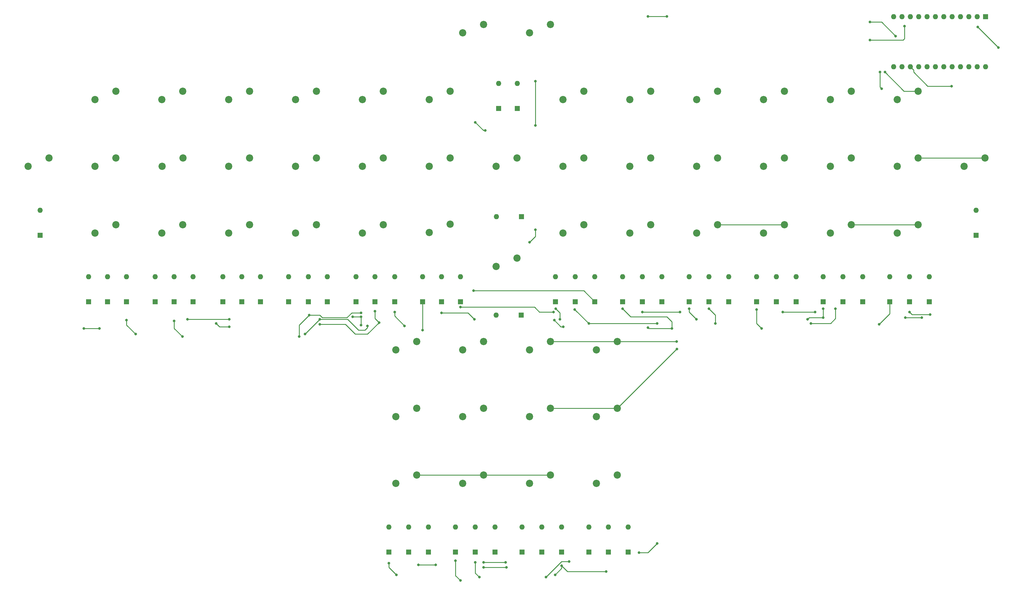
<source format=gtl>
%TF.GenerationSoftware,KiCad,Pcbnew,(6.0.9)*%
%TF.CreationDate,2022-11-06T01:43:20-08:00*%
%TF.ProjectId,kb_pcb,6b625f70-6362-42e6-9b69-6361645f7063,rev?*%
%TF.SameCoordinates,Original*%
%TF.FileFunction,Copper,L1,Top*%
%TF.FilePolarity,Positive*%
%FSLAX46Y46*%
G04 Gerber Fmt 4.6, Leading zero omitted, Abs format (unit mm)*
G04 Created by KiCad (PCBNEW (6.0.9)) date 2022-11-06 01:43:20*
%MOMM*%
%LPD*%
G01*
G04 APERTURE LIST*
%TA.AperFunction,ComponentPad*%
%ADD10C,2.200000*%
%TD*%
%TA.AperFunction,ComponentPad*%
%ADD11R,1.600000X1.600000*%
%TD*%
%TA.AperFunction,ComponentPad*%
%ADD12O,1.600000X1.600000*%
%TD*%
%TA.AperFunction,ViaPad*%
%ADD13C,0.800000*%
%TD*%
%TA.AperFunction,Conductor*%
%ADD14C,0.250000*%
%TD*%
G04 APERTURE END LIST*
D10*
X255540000Y-114920000D03*
X249190000Y-117460000D03*
D11*
X202250000Y-214620000D03*
D12*
X202250000Y-207000000D03*
D10*
X153940000Y-114920000D03*
X147590000Y-117460000D03*
X245380000Y-150480000D03*
X239030000Y-153020000D03*
D11*
X354500000Y-118120000D03*
D12*
X354500000Y-110500000D03*
D11*
X145500000Y-138370000D03*
D12*
X145500000Y-130750000D03*
D11*
X151500000Y-138370000D03*
D12*
X151500000Y-130750000D03*
D11*
X267250000Y-138370000D03*
D12*
X267250000Y-130750000D03*
D11*
X208250000Y-214620000D03*
D12*
X208250000Y-207000000D03*
D10*
X133620000Y-94600000D03*
X127270000Y-97140000D03*
X296180000Y-74280000D03*
X289830000Y-76820000D03*
X214920000Y-125080000D03*
X208570000Y-127620000D03*
D11*
X293750000Y-138370000D03*
D12*
X293750000Y-130750000D03*
D10*
X316500000Y-114920000D03*
X310150000Y-117460000D03*
D11*
X90500000Y-138370000D03*
D12*
X90500000Y-130750000D03*
D11*
X259000000Y-138370000D03*
D12*
X259000000Y-130750000D03*
D10*
X214900000Y-94600000D03*
X208550000Y-97140000D03*
D11*
X328250000Y-138370000D03*
D12*
X328250000Y-130750000D03*
D11*
X84750000Y-138370000D03*
D12*
X84750000Y-130750000D03*
D11*
X182000000Y-214620000D03*
D12*
X182000000Y-207000000D03*
D11*
X131250000Y-138370000D03*
D12*
X131250000Y-130750000D03*
D10*
X245380000Y-170800000D03*
X239030000Y-173340000D03*
X296180000Y-114920000D03*
X289830000Y-117460000D03*
X316500000Y-74280000D03*
X310150000Y-76820000D03*
D11*
X248750000Y-214620000D03*
D12*
X248750000Y-207000000D03*
D11*
X166000000Y-138370000D03*
D12*
X166000000Y-130750000D03*
D10*
X275860000Y-74280000D03*
X269510000Y-76820000D03*
D11*
X216500000Y-214620000D03*
D12*
X216500000Y-207000000D03*
D10*
X225060000Y-150480000D03*
X218710000Y-153020000D03*
D11*
X157250000Y-138370000D03*
D12*
X157250000Y-130750000D03*
D11*
X176000000Y-214620000D03*
D12*
X176000000Y-207000000D03*
D11*
X314000000Y-138370000D03*
D12*
X314000000Y-130750000D03*
D11*
X308000000Y-138370000D03*
D12*
X308000000Y-130750000D03*
D10*
X296180000Y-94600000D03*
X289830000Y-97140000D03*
D11*
X209360000Y-79560000D03*
D12*
X209360000Y-71940000D03*
D10*
X204740000Y-170800000D03*
X198390000Y-173340000D03*
D11*
X340250000Y-138370000D03*
D12*
X340250000Y-130750000D03*
D10*
X113420000Y-94600000D03*
X107070000Y-97140000D03*
X225060000Y-53960000D03*
X218710000Y-56500000D03*
D11*
X125500000Y-138370000D03*
D12*
X125500000Y-130750000D03*
D10*
X92980000Y-74280000D03*
X86630000Y-76820000D03*
X235220000Y-74280000D03*
X228870000Y-76820000D03*
D11*
X96250000Y-138370000D03*
D12*
X96250000Y-130750000D03*
D10*
X194580000Y-114800000D03*
X188230000Y-117340000D03*
X255540000Y-94600000D03*
X249190000Y-97140000D03*
X336820000Y-74280000D03*
X330470000Y-76820000D03*
X174260000Y-74280000D03*
X167910000Y-76820000D03*
X255540000Y-74280000D03*
X249190000Y-76820000D03*
X336820000Y-94600000D03*
X330470000Y-97140000D03*
X275860000Y-94600000D03*
X269510000Y-97140000D03*
D11*
X216310000Y-112500000D03*
D12*
X208690000Y-112500000D03*
D10*
X225060000Y-170800000D03*
X218710000Y-173340000D03*
D11*
X226600000Y-138370000D03*
D12*
X226600000Y-130750000D03*
D11*
X334250000Y-138370000D03*
D12*
X334250000Y-130750000D03*
D10*
X194580000Y-94600000D03*
X188230000Y-97140000D03*
D11*
X242750000Y-214620000D03*
D12*
X242750000Y-207000000D03*
D11*
X105000000Y-138370000D03*
D12*
X105000000Y-130750000D03*
D10*
X275860000Y-114920000D03*
X269510000Y-117460000D03*
D11*
X116500000Y-138370000D03*
D12*
X116500000Y-130750000D03*
X273250000Y-130750000D03*
D11*
X273250000Y-138370000D03*
D10*
X357140000Y-94600000D03*
X350790000Y-97140000D03*
D11*
X137000000Y-138370000D03*
D12*
X137000000Y-130750000D03*
D11*
X247000000Y-138370000D03*
D12*
X247000000Y-130750000D03*
D10*
X72660000Y-94600000D03*
X66310000Y-97140000D03*
X235220000Y-94600000D03*
X228870000Y-97140000D03*
X133620000Y-74280000D03*
X127270000Y-76820000D03*
X174260000Y-94600000D03*
X167910000Y-97140000D03*
D11*
X279250000Y-138370000D03*
D12*
X279250000Y-130750000D03*
D11*
X222500000Y-214620000D03*
D12*
X222500000Y-207000000D03*
D11*
X287750000Y-138370000D03*
D12*
X287750000Y-130750000D03*
D11*
X236750000Y-214620000D03*
D12*
X236750000Y-207000000D03*
D10*
X194580000Y-74280000D03*
X188230000Y-76820000D03*
X92980000Y-94600000D03*
X86630000Y-97140000D03*
X235220000Y-114920000D03*
X228870000Y-117460000D03*
X336820000Y-114920000D03*
X330470000Y-117460000D03*
X184420000Y-170800000D03*
X178070000Y-173340000D03*
X204740000Y-191120000D03*
X198390000Y-193660000D03*
X245380000Y-191120000D03*
X239030000Y-193660000D03*
D11*
X186250000Y-138370000D03*
D12*
X186250000Y-130750000D03*
D11*
X228500000Y-214620000D03*
D12*
X228500000Y-207000000D03*
D10*
X92980000Y-114920000D03*
X86630000Y-117460000D03*
D11*
X320000000Y-138370000D03*
D12*
X320000000Y-130750000D03*
D11*
X177750000Y-138370000D03*
D12*
X177750000Y-130750000D03*
D10*
X204740000Y-150480000D03*
X198390000Y-153020000D03*
X225060000Y-191120000D03*
X218710000Y-193660000D03*
D11*
X299750000Y-138370000D03*
D12*
X299750000Y-130750000D03*
D11*
X238600000Y-138370000D03*
D12*
X238600000Y-130750000D03*
D11*
X110750000Y-138370000D03*
D12*
X110750000Y-130750000D03*
D11*
X253000000Y-138370000D03*
D12*
X253000000Y-130750000D03*
D10*
X133620000Y-114920000D03*
X127270000Y-117460000D03*
X184420000Y-191120000D03*
X178070000Y-193660000D03*
X174260000Y-114920000D03*
X167910000Y-117460000D03*
D11*
X215000000Y-79560000D03*
D12*
X215000000Y-71940000D03*
D11*
X216250000Y-142500000D03*
D12*
X208630000Y-142500000D03*
D11*
X188000000Y-214620000D03*
D12*
X188000000Y-207000000D03*
D11*
X357350000Y-51630000D03*
D12*
X354810000Y-51630000D03*
X352270000Y-51630000D03*
X349730000Y-51630000D03*
X347190000Y-51630000D03*
X344650000Y-51630000D03*
X342110000Y-51630000D03*
X339570000Y-51630000D03*
X337030000Y-51630000D03*
X334490000Y-51630000D03*
X331950000Y-51630000D03*
X329410000Y-51630000D03*
X329410000Y-66870000D03*
X331950000Y-66870000D03*
X334490000Y-66870000D03*
X337030000Y-66870000D03*
X339570000Y-66870000D03*
X342110000Y-66870000D03*
X344650000Y-66870000D03*
X347190000Y-66870000D03*
X349730000Y-66870000D03*
X352270000Y-66870000D03*
X354810000Y-66870000D03*
X357350000Y-66870000D03*
D10*
X204740000Y-53960000D03*
X198390000Y-56500000D03*
D11*
X197750000Y-138370000D03*
D12*
X197750000Y-130750000D03*
D10*
X184420000Y-150480000D03*
X178070000Y-153020000D03*
D11*
X232600000Y-138370000D03*
D12*
X232600000Y-130750000D03*
D10*
X316500000Y-94600000D03*
X310150000Y-97140000D03*
D11*
X192000000Y-138370000D03*
D12*
X192000000Y-130750000D03*
D11*
X70000000Y-118120000D03*
D12*
X70000000Y-110500000D03*
D10*
X153940000Y-94600000D03*
X147590000Y-97140000D03*
X113300000Y-74280000D03*
X106950000Y-76820000D03*
D11*
X171750000Y-138370000D03*
D12*
X171750000Y-130750000D03*
D10*
X113300000Y-114920000D03*
X106950000Y-117460000D03*
D11*
X196250000Y-214620000D03*
D12*
X196250000Y-207000000D03*
D10*
X153940000Y-74280000D03*
X147590000Y-76820000D03*
D13*
X196250000Y-217250000D03*
X197750000Y-223250000D03*
X355000000Y-54750000D03*
X361250000Y-61000000D03*
X263500000Y-152750000D03*
X263480000Y-150480000D03*
X332750000Y-54500000D03*
X322250000Y-58750000D03*
X330000000Y-57500000D03*
X322250000Y-53250000D03*
X326750000Y-68500000D03*
X254750000Y-51500000D03*
X260500000Y-51500000D03*
X218750000Y-120250000D03*
X220500000Y-116500000D03*
X220500000Y-84750000D03*
X220500000Y-71250000D03*
X205250000Y-86250000D03*
X202250000Y-83750000D03*
X202250000Y-217750000D03*
X203500000Y-222250000D03*
X223750000Y-222250000D03*
X230750000Y-217500000D03*
X110750000Y-144250000D03*
X113250000Y-149000000D03*
X148750000Y-149000000D03*
X151750000Y-142500000D03*
X167500000Y-141750000D03*
X192000000Y-141750000D03*
X202000000Y-143750000D03*
X226250000Y-144000000D03*
X229000000Y-146000000D03*
X254750000Y-146250000D03*
X247000000Y-140500000D03*
X262000000Y-146500000D03*
X287750000Y-140750000D03*
X289250000Y-146500000D03*
X325000000Y-145250000D03*
X325750000Y-73500000D03*
X325250000Y-68500000D03*
X211500000Y-217750000D03*
X204750000Y-217750000D03*
X190250000Y-218500000D03*
X185000000Y-218500000D03*
X186250000Y-147000000D03*
X201750000Y-135000000D03*
X96250000Y-144000000D03*
X99000000Y-148250000D03*
X150500000Y-148250000D03*
X155000000Y-143750000D03*
X169500000Y-145750000D03*
X177750000Y-141500000D03*
X180750000Y-145750000D03*
X236750000Y-145000000D03*
X252000000Y-214750000D03*
X257500000Y-212000000D03*
X232500000Y-140750000D03*
X257500000Y-145000000D03*
X273250000Y-140500000D03*
X275250000Y-145000000D03*
X304250000Y-145000000D03*
X311750000Y-140500000D03*
X114750000Y-143750000D03*
X127500000Y-143750000D03*
X155000000Y-145250000D03*
X176000000Y-218000000D03*
X178250000Y-221500000D03*
X226500000Y-221500000D03*
X228500000Y-218750000D03*
X242000000Y-220500000D03*
X171750000Y-141250000D03*
X173000000Y-144750000D03*
X226750000Y-140500000D03*
X228000000Y-143750000D03*
X267250000Y-140500000D03*
X269500000Y-143750000D03*
X303250000Y-143750000D03*
X308000000Y-140500000D03*
X308000000Y-143250000D03*
X333000000Y-143250000D03*
X338000000Y-143250000D03*
X347000000Y-72750000D03*
X211750000Y-219250000D03*
X204750000Y-219250000D03*
X167500000Y-145500000D03*
X83250000Y-146500000D03*
X88000000Y-146500000D03*
X123500000Y-145000000D03*
X127500000Y-146000000D03*
X165000000Y-143000000D03*
X167500000Y-143000000D03*
X197750000Y-140000000D03*
X226000000Y-141500000D03*
X253000000Y-141500000D03*
X264500000Y-141500000D03*
X295750000Y-141500000D03*
X305500000Y-141500000D03*
X334250000Y-141500000D03*
X340500000Y-142250000D03*
D14*
X196250000Y-221750000D02*
X196250000Y-217250000D01*
X197750000Y-223250000D02*
X196250000Y-221750000D01*
X361250000Y-61000000D02*
X355000000Y-54750000D01*
X263430000Y-152750000D02*
X263500000Y-152750000D01*
X245380000Y-170800000D02*
X263430000Y-152750000D01*
X225060000Y-170800000D02*
X245380000Y-170800000D01*
X204740000Y-191120000D02*
X225060000Y-191120000D01*
X184420000Y-191120000D02*
X204740000Y-191120000D01*
X245380000Y-150480000D02*
X263480000Y-150480000D01*
X225060000Y-150480000D02*
X245380000Y-150480000D01*
X332750000Y-58250000D02*
X332750000Y-54500000D01*
X332500000Y-58500000D02*
X332750000Y-58250000D01*
X322250000Y-58750000D02*
X332250000Y-58750000D01*
X332250000Y-58750000D02*
X332500000Y-58500000D01*
X316500000Y-114920000D02*
X336820000Y-114920000D01*
X325750000Y-53250000D02*
X330000000Y-57500000D01*
X322250000Y-53250000D02*
X325750000Y-53250000D01*
X275860000Y-114920000D02*
X296180000Y-114920000D01*
X332530000Y-74280000D02*
X326750000Y-68500000D01*
X336820000Y-74280000D02*
X332530000Y-74280000D01*
X336820000Y-94600000D02*
X357140000Y-94600000D01*
X260500000Y-51500000D02*
X254750000Y-51500000D01*
X220500000Y-118500000D02*
X218750000Y-120250000D01*
X220500000Y-116500000D02*
X220500000Y-118500000D01*
X220500000Y-71250000D02*
X220500000Y-84750000D01*
X204750000Y-86250000D02*
X205250000Y-86250000D01*
X202250000Y-83750000D02*
X204750000Y-86250000D01*
X335500000Y-68500000D02*
X335500000Y-67880000D01*
X335500000Y-67880000D02*
X334490000Y-66870000D01*
X202250000Y-221000000D02*
X202250000Y-217750000D01*
X203500000Y-222250000D02*
X202250000Y-221000000D01*
X228500000Y-217500000D02*
X223750000Y-222250000D01*
X230750000Y-217500000D02*
X228500000Y-217500000D01*
X110750000Y-146500000D02*
X110750000Y-144250000D01*
X113250000Y-149000000D02*
X110750000Y-146500000D01*
X148750000Y-145500000D02*
X148750000Y-149000000D01*
X151750000Y-142500000D02*
X148750000Y-145500000D01*
X164750000Y-141750000D02*
X163250000Y-143250000D01*
X167500000Y-141750000D02*
X164750000Y-141750000D01*
X163250000Y-143250000D02*
X155750000Y-143250000D01*
X155000000Y-142500000D02*
X151750000Y-142500000D01*
X155750000Y-143250000D02*
X155000000Y-142500000D01*
X200000000Y-141750000D02*
X192000000Y-141750000D01*
X202000000Y-143750000D02*
X200000000Y-141750000D01*
X228250000Y-146000000D02*
X226250000Y-144000000D01*
X229000000Y-146000000D02*
X228250000Y-146000000D01*
X255000000Y-146500000D02*
X254750000Y-146250000D01*
X262000000Y-146500000D02*
X255000000Y-146500000D01*
X249500000Y-143000000D02*
X247000000Y-140500000D01*
X262000000Y-146500000D02*
X262000000Y-144500000D01*
X260500000Y-143000000D02*
X249500000Y-143000000D01*
X262000000Y-144500000D02*
X260500000Y-143000000D01*
X287750000Y-145000000D02*
X287750000Y-140750000D01*
X289250000Y-146500000D02*
X287750000Y-145000000D01*
X328250000Y-142000000D02*
X325000000Y-145250000D01*
X328250000Y-138370000D02*
X328250000Y-142000000D01*
X325250000Y-73000000D02*
X325750000Y-73500000D01*
X325250000Y-68500000D02*
X325250000Y-73000000D01*
X204750000Y-217750000D02*
X211500000Y-217750000D01*
X185000000Y-218500000D02*
X190250000Y-218500000D01*
X186250000Y-138370000D02*
X186250000Y-147000000D01*
X235000000Y-135000000D02*
X201750000Y-135000000D01*
X238600000Y-138370000D02*
X235230000Y-135000000D01*
X235230000Y-135000000D02*
X235000000Y-135000000D01*
X96250000Y-145500000D02*
X96250000Y-144000000D01*
X99000000Y-148250000D02*
X96250000Y-145500000D01*
X155000000Y-143750000D02*
X150500000Y-148250000D01*
X163500000Y-143750000D02*
X155000000Y-143750000D01*
X164500000Y-144750000D02*
X163500000Y-143750000D01*
X169500000Y-146250000D02*
X168750000Y-147000000D01*
X169500000Y-145750000D02*
X169500000Y-146250000D01*
X168750000Y-147000000D02*
X166750000Y-147000000D01*
X166750000Y-147000000D02*
X164500000Y-144750000D01*
X177750000Y-142750000D02*
X177750000Y-141500000D01*
X180750000Y-145750000D02*
X177750000Y-142750000D01*
X254750000Y-214750000D02*
X252000000Y-214750000D01*
X257500000Y-212000000D02*
X254750000Y-214750000D01*
X232750000Y-141000000D02*
X232500000Y-140750000D01*
X257500000Y-145000000D02*
X236750000Y-145000000D01*
X236750000Y-145000000D02*
X232750000Y-141000000D01*
X304250000Y-145000000D02*
X310250000Y-145000000D01*
X310250000Y-145000000D02*
X311750000Y-143500000D01*
X311750000Y-143500000D02*
X311750000Y-140500000D01*
X275250000Y-142500000D02*
X273250000Y-140500000D01*
X275250000Y-145000000D02*
X275250000Y-142500000D01*
X127500000Y-143750000D02*
X114750000Y-143750000D01*
X162750000Y-145250000D02*
X155000000Y-145250000D01*
X173000000Y-144750000D02*
X169500000Y-148250000D01*
X169500000Y-148250000D02*
X165750000Y-148250000D01*
X165750000Y-148250000D02*
X162750000Y-145250000D01*
X176000000Y-219250000D02*
X176000000Y-218000000D01*
X178250000Y-221500000D02*
X176000000Y-219250000D01*
X228500000Y-219500000D02*
X226500000Y-221500000D01*
X228500000Y-218750000D02*
X228500000Y-219500000D01*
X230250000Y-220500000D02*
X228500000Y-218750000D01*
X242000000Y-220500000D02*
X230250000Y-220500000D01*
X171750000Y-143500000D02*
X171750000Y-141250000D01*
X173000000Y-144750000D02*
X171750000Y-143500000D01*
X228000000Y-141750000D02*
X226750000Y-140500000D01*
X228000000Y-143750000D02*
X228000000Y-141750000D01*
X267250000Y-141500000D02*
X267250000Y-140500000D01*
X269500000Y-143750000D02*
X267250000Y-141500000D01*
X303750000Y-143250000D02*
X303250000Y-143750000D01*
X308000000Y-143250000D02*
X303750000Y-143250000D01*
X308000000Y-143250000D02*
X308000000Y-140500000D01*
X338000000Y-143250000D02*
X333000000Y-143250000D01*
X339750000Y-72750000D02*
X347000000Y-72750000D01*
X335500000Y-68500000D02*
X339750000Y-72750000D01*
X204750000Y-219250000D02*
X211750000Y-219250000D01*
X167500000Y-143000000D02*
X167500000Y-145500000D01*
X85000000Y-146500000D02*
X83250000Y-146500000D01*
X88000000Y-146500000D02*
X85000000Y-146500000D01*
X124500000Y-146000000D02*
X123500000Y-145000000D01*
X127500000Y-146000000D02*
X124500000Y-146000000D01*
X167500000Y-143000000D02*
X165000000Y-143000000D01*
X220250000Y-140000000D02*
X197750000Y-140000000D01*
X220500000Y-140250000D02*
X220250000Y-140000000D01*
X226000000Y-141500000D02*
X221750000Y-141500000D01*
X221750000Y-141500000D02*
X220500000Y-140250000D01*
X264500000Y-141500000D02*
X253000000Y-141500000D01*
X305500000Y-141500000D02*
X295750000Y-141500000D01*
X335000000Y-142250000D02*
X334250000Y-141500000D01*
X340500000Y-142250000D02*
X335000000Y-142250000D01*
M02*

</source>
